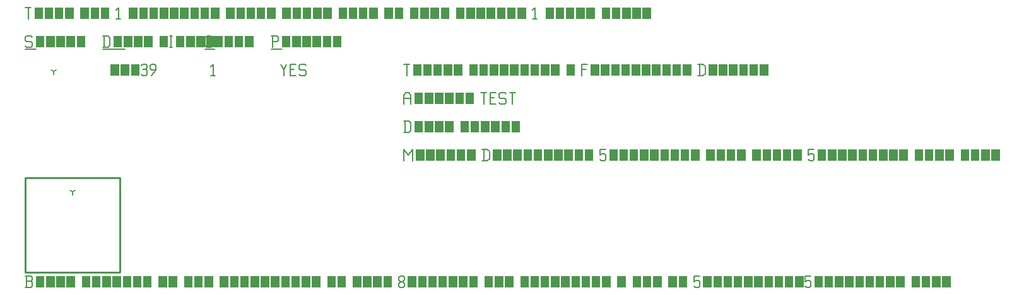
<source format=gbr>
G04 start of page 9 for group -1 layer_idx 268435461 *
G04 Title: (unknown), <virtual group> *
G04 Creator: <version>
G04 CreationDate: <date>
G04 For: TEST *
G04 Format: Gerber/RS-274X *
G04 PCB-Dimensions: 50000 50000 *
G04 PCB-Coordinate-Origin: lower left *
%MOIN*%
%FSLAX25Y25*%
%LNLOGICAL_VIRTUAL_FAB_NONE*%
%ADD29C,0.0100*%
%ADD28C,0.0001*%
%ADD27C,0.0060*%
%ADD26C,0.0080*%
G54D26*X25000Y42500D02*Y40900D01*
Y42500D02*X26387Y43300D01*
X25000Y42500D02*X23613Y43300D01*
X15000Y106250D02*Y104650D01*
Y106250D02*X16387Y107050D01*
X15000Y106250D02*X13613Y107050D01*
G54D27*X135000Y110000D02*X136500Y107000D01*
X138000Y110000D01*
X136500Y107000D02*Y104000D01*
X139800Y107300D02*X142050D01*
X139800Y104000D02*X142800D01*
X139800Y110000D02*Y104000D01*
Y110000D02*X142800D01*
X147600D02*X148350Y109250D01*
X145350Y110000D02*X147600D01*
X144600Y109250D02*X145350Y110000D01*
X144600Y109250D02*Y107750D01*
X145350Y107000D01*
X147600D01*
X148350Y106250D01*
Y104750D01*
X147600Y104000D02*X148350Y104750D01*
X145350Y104000D02*X147600D01*
X144600Y104750D02*X145350Y104000D01*
X98000Y108800D02*X99200Y110000D01*
Y104000D01*
X98000D02*X100250D01*
G54D28*G36*
X45000Y110000D02*X49500D01*
Y104000D01*
X45000D01*
Y110000D01*
G37*
G36*
X50400D02*X54900D01*
Y104000D01*
X50400D01*
Y110000D01*
G37*
G36*
X55800D02*X60300D01*
Y104000D01*
X55800D01*
Y110000D01*
G37*
G54D27*X61200Y109250D02*X61950Y110000D01*
X63450D01*
X64200Y109250D01*
X63450Y104000D02*X64200Y104750D01*
X61950Y104000D02*X63450D01*
X61200Y104750D02*X61950Y104000D01*
Y107300D02*X63450D01*
X64200Y109250D02*Y108050D01*
Y106550D02*Y104750D01*
Y106550D02*X63450Y107300D01*
X64200Y108050D02*X63450Y107300D01*
X66750Y104000D02*X69000Y107000D01*
Y109250D02*Y107000D01*
X68250Y110000D02*X69000Y109250D01*
X66750Y110000D02*X68250D01*
X66000Y109250D02*X66750Y110000D01*
X66000Y109250D02*Y107750D01*
X66750Y107000D01*
X69000D01*
X3000Y125000D02*X3750Y124250D01*
X750Y125000D02*X3000D01*
X0Y124250D02*X750Y125000D01*
X0Y124250D02*Y122750D01*
X750Y122000D01*
X3000D01*
X3750Y121250D01*
Y119750D01*
X3000Y119000D02*X3750Y119750D01*
X750Y119000D02*X3000D01*
X0Y119750D02*X750Y119000D01*
G54D28*G36*
X5550Y125000D02*X10050D01*
Y119000D01*
X5550D01*
Y125000D01*
G37*
G36*
X10950D02*X15450D01*
Y119000D01*
X10950D01*
Y125000D01*
G37*
G36*
X16350D02*X20850D01*
Y119000D01*
X16350D01*
Y125000D01*
G37*
G36*
X21750D02*X26250D01*
Y119000D01*
X21750D01*
Y125000D01*
G37*
G36*
X27150D02*X31650D01*
Y119000D01*
X27150D01*
Y125000D01*
G37*
G54D27*X0Y118000D02*X5550D01*
X41750Y125000D02*Y119000D01*
X43700Y125000D02*X44750Y123950D01*
Y120050D01*
X43700Y119000D02*X44750Y120050D01*
X41000Y119000D02*X43700D01*
X41000Y125000D02*X43700D01*
G54D28*G36*
X46550D02*X51050D01*
Y119000D01*
X46550D01*
Y125000D01*
G37*
G36*
X51950D02*X56450D01*
Y119000D01*
X51950D01*
Y125000D01*
G37*
G36*
X57350D02*X61850D01*
Y119000D01*
X57350D01*
Y125000D01*
G37*
G36*
X62750D02*X67250D01*
Y119000D01*
X62750D01*
Y125000D01*
G37*
G36*
X70850D02*X75350D01*
Y119000D01*
X70850D01*
Y125000D01*
G37*
G54D27*X76250D02*X77750D01*
X77000D02*Y119000D01*
X76250D02*X77750D01*
G54D28*G36*
X79550Y125000D02*X84050D01*
Y119000D01*
X79550D01*
Y125000D01*
G37*
G36*
X84950D02*X89450D01*
Y119000D01*
X84950D01*
Y125000D01*
G37*
G36*
X90350D02*X94850D01*
Y119000D01*
X90350D01*
Y125000D01*
G37*
G36*
X95750D02*X100250D01*
Y119000D01*
X95750D01*
Y125000D01*
G37*
G54D27*X41000Y118000D02*X52550D01*
X96050Y119000D02*X98000D01*
X95000Y120050D02*X96050Y119000D01*
X95000Y123950D02*Y120050D01*
Y123950D02*X96050Y125000D01*
X98000D01*
G54D28*G36*
X99800D02*X104300D01*
Y119000D01*
X99800D01*
Y125000D01*
G37*
G36*
X105200D02*X109700D01*
Y119000D01*
X105200D01*
Y125000D01*
G37*
G36*
X110600D02*X115100D01*
Y119000D01*
X110600D01*
Y125000D01*
G37*
G36*
X116000D02*X120500D01*
Y119000D01*
X116000D01*
Y125000D01*
G37*
G54D27*X95000Y118000D02*X99800D01*
X130750Y125000D02*Y119000D01*
X130000Y125000D02*X133000D01*
X133750Y124250D01*
Y122750D01*
X133000Y122000D02*X133750Y122750D01*
X130750Y122000D02*X133000D01*
G54D28*G36*
X135550Y125000D02*X140050D01*
Y119000D01*
X135550D01*
Y125000D01*
G37*
G36*
X140950D02*X145450D01*
Y119000D01*
X140950D01*
Y125000D01*
G37*
G36*
X146350D02*X150850D01*
Y119000D01*
X146350D01*
Y125000D01*
G37*
G36*
X151750D02*X156250D01*
Y119000D01*
X151750D01*
Y125000D01*
G37*
G36*
X157150D02*X161650D01*
Y119000D01*
X157150D01*
Y125000D01*
G37*
G36*
X162550D02*X167050D01*
Y119000D01*
X162550D01*
Y125000D01*
G37*
G54D27*X130000Y118000D02*X135550D01*
X0Y140000D02*X3000D01*
X1500D02*Y134000D01*
G54D28*G36*
X4800Y140000D02*X9300D01*
Y134000D01*
X4800D01*
Y140000D01*
G37*
G36*
X10200D02*X14700D01*
Y134000D01*
X10200D01*
Y140000D01*
G37*
G36*
X15600D02*X20100D01*
Y134000D01*
X15600D01*
Y140000D01*
G37*
G36*
X21000D02*X25500D01*
Y134000D01*
X21000D01*
Y140000D01*
G37*
G36*
X29100D02*X33600D01*
Y134000D01*
X29100D01*
Y140000D01*
G37*
G36*
X34500D02*X39000D01*
Y134000D01*
X34500D01*
Y140000D01*
G37*
G36*
X39900D02*X44400D01*
Y134000D01*
X39900D01*
Y140000D01*
G37*
G54D27*X48000Y138800D02*X49200Y140000D01*
Y134000D01*
X48000D02*X50250D01*
G54D28*G36*
X54750Y140000D02*X59250D01*
Y134000D01*
X54750D01*
Y140000D01*
G37*
G36*
X60150D02*X64650D01*
Y134000D01*
X60150D01*
Y140000D01*
G37*
G36*
X65550D02*X70050D01*
Y134000D01*
X65550D01*
Y140000D01*
G37*
G36*
X70950D02*X75450D01*
Y134000D01*
X70950D01*
Y140000D01*
G37*
G36*
X76350D02*X80850D01*
Y134000D01*
X76350D01*
Y140000D01*
G37*
G36*
X81750D02*X86250D01*
Y134000D01*
X81750D01*
Y140000D01*
G37*
G36*
X87150D02*X91650D01*
Y134000D01*
X87150D01*
Y140000D01*
G37*
G36*
X92550D02*X97050D01*
Y134000D01*
X92550D01*
Y140000D01*
G37*
G36*
X97950D02*X102450D01*
Y134000D01*
X97950D01*
Y140000D01*
G37*
G36*
X106050D02*X110550D01*
Y134000D01*
X106050D01*
Y140000D01*
G37*
G36*
X111450D02*X115950D01*
Y134000D01*
X111450D01*
Y140000D01*
G37*
G36*
X116850D02*X121350D01*
Y134000D01*
X116850D01*
Y140000D01*
G37*
G36*
X122250D02*X126750D01*
Y134000D01*
X122250D01*
Y140000D01*
G37*
G36*
X127650D02*X132150D01*
Y134000D01*
X127650D01*
Y140000D01*
G37*
G36*
X135750D02*X140250D01*
Y134000D01*
X135750D01*
Y140000D01*
G37*
G36*
X141150D02*X145650D01*
Y134000D01*
X141150D01*
Y140000D01*
G37*
G36*
X146550D02*X151050D01*
Y134000D01*
X146550D01*
Y140000D01*
G37*
G36*
X151950D02*X156450D01*
Y134000D01*
X151950D01*
Y140000D01*
G37*
G36*
X157350D02*X161850D01*
Y134000D01*
X157350D01*
Y140000D01*
G37*
G36*
X165450D02*X169950D01*
Y134000D01*
X165450D01*
Y140000D01*
G37*
G36*
X170850D02*X175350D01*
Y134000D01*
X170850D01*
Y140000D01*
G37*
G36*
X176250D02*X180750D01*
Y134000D01*
X176250D01*
Y140000D01*
G37*
G36*
X181650D02*X186150D01*
Y134000D01*
X181650D01*
Y140000D01*
G37*
G36*
X189750D02*X194250D01*
Y134000D01*
X189750D01*
Y140000D01*
G37*
G36*
X195150D02*X199650D01*
Y134000D01*
X195150D01*
Y140000D01*
G37*
G36*
X203250D02*X207750D01*
Y134000D01*
X203250D01*
Y140000D01*
G37*
G36*
X208650D02*X213150D01*
Y134000D01*
X208650D01*
Y140000D01*
G37*
G36*
X214050D02*X218550D01*
Y134000D01*
X214050D01*
Y140000D01*
G37*
G36*
X219450D02*X223950D01*
Y134000D01*
X219450D01*
Y140000D01*
G37*
G36*
X227550D02*X232050D01*
Y134000D01*
X227550D01*
Y140000D01*
G37*
G36*
X232950D02*X237450D01*
Y134000D01*
X232950D01*
Y140000D01*
G37*
G36*
X238350D02*X242850D01*
Y134000D01*
X238350D01*
Y140000D01*
G37*
G36*
X243750D02*X248250D01*
Y134000D01*
X243750D01*
Y140000D01*
G37*
G36*
X249150D02*X253650D01*
Y134000D01*
X249150D01*
Y140000D01*
G37*
G36*
X254550D02*X259050D01*
Y134000D01*
X254550D01*
Y140000D01*
G37*
G36*
X259950D02*X264450D01*
Y134000D01*
X259950D01*
Y140000D01*
G37*
G54D27*X268050Y138800D02*X269250Y140000D01*
Y134000D01*
X268050D02*X270300D01*
G54D28*G36*
X274800Y140000D02*X279300D01*
Y134000D01*
X274800D01*
Y140000D01*
G37*
G36*
X280200D02*X284700D01*
Y134000D01*
X280200D01*
Y140000D01*
G37*
G36*
X285600D02*X290100D01*
Y134000D01*
X285600D01*
Y140000D01*
G37*
G36*
X291000D02*X295500D01*
Y134000D01*
X291000D01*
Y140000D01*
G37*
G36*
X296400D02*X300900D01*
Y134000D01*
X296400D01*
Y140000D01*
G37*
G36*
X304500D02*X309000D01*
Y134000D01*
X304500D01*
Y140000D01*
G37*
G36*
X309900D02*X314400D01*
Y134000D01*
X309900D01*
Y140000D01*
G37*
G36*
X315300D02*X319800D01*
Y134000D01*
X315300D01*
Y140000D01*
G37*
G36*
X320700D02*X325200D01*
Y134000D01*
X320700D01*
Y140000D01*
G37*
G36*
X326100D02*X330600D01*
Y134000D01*
X326100D01*
Y140000D01*
G37*
G54D29*X0Y50000D02*X50000D01*
X0D02*Y0D01*
X50000Y50000D02*Y0D01*
X0D02*X50000D01*
G54D27*X200000Y65000D02*Y59000D01*
Y65000D02*X202250Y62000D01*
X204500Y65000D01*
Y59000D01*
G54D28*G36*
X206300Y65000D02*X210800D01*
Y59000D01*
X206300D01*
Y65000D01*
G37*
G36*
X211700D02*X216200D01*
Y59000D01*
X211700D01*
Y65000D01*
G37*
G36*
X217100D02*X221600D01*
Y59000D01*
X217100D01*
Y65000D01*
G37*
G36*
X222500D02*X227000D01*
Y59000D01*
X222500D01*
Y65000D01*
G37*
G36*
X227900D02*X232400D01*
Y59000D01*
X227900D01*
Y65000D01*
G37*
G36*
X233300D02*X237800D01*
Y59000D01*
X233300D01*
Y65000D01*
G37*
G54D27*X242150D02*Y59000D01*
X244100Y65000D02*X245150Y63950D01*
Y60050D01*
X244100Y59000D02*X245150Y60050D01*
X241400Y59000D02*X244100D01*
X241400Y65000D02*X244100D01*
G54D28*G36*
X246950D02*X251450D01*
Y59000D01*
X246950D01*
Y65000D01*
G37*
G36*
X252350D02*X256850D01*
Y59000D01*
X252350D01*
Y65000D01*
G37*
G36*
X257750D02*X262250D01*
Y59000D01*
X257750D01*
Y65000D01*
G37*
G36*
X263150D02*X267650D01*
Y59000D01*
X263150D01*
Y65000D01*
G37*
G36*
X268550D02*X273050D01*
Y59000D01*
X268550D01*
Y65000D01*
G37*
G36*
X273950D02*X278450D01*
Y59000D01*
X273950D01*
Y65000D01*
G37*
G36*
X279350D02*X283850D01*
Y59000D01*
X279350D01*
Y65000D01*
G37*
G36*
X284750D02*X289250D01*
Y59000D01*
X284750D01*
Y65000D01*
G37*
G36*
X290150D02*X294650D01*
Y59000D01*
X290150D01*
Y65000D01*
G37*
G36*
X295550D02*X300050D01*
Y59000D01*
X295550D01*
Y65000D01*
G37*
G54D27*X303650D02*X306650D01*
X303650D02*Y62000D01*
X304400Y62750D01*
X305900D01*
X306650Y62000D01*
Y59750D01*
X305900Y59000D02*X306650Y59750D01*
X304400Y59000D02*X305900D01*
X303650Y59750D02*X304400Y59000D01*
G54D28*G36*
X308450Y65000D02*X312950D01*
Y59000D01*
X308450D01*
Y65000D01*
G37*
G36*
X313850D02*X318350D01*
Y59000D01*
X313850D01*
Y65000D01*
G37*
G36*
X319250D02*X323750D01*
Y59000D01*
X319250D01*
Y65000D01*
G37*
G36*
X324650D02*X329150D01*
Y59000D01*
X324650D01*
Y65000D01*
G37*
G36*
X330050D02*X334550D01*
Y59000D01*
X330050D01*
Y65000D01*
G37*
G36*
X335450D02*X339950D01*
Y59000D01*
X335450D01*
Y65000D01*
G37*
G36*
X340850D02*X345350D01*
Y59000D01*
X340850D01*
Y65000D01*
G37*
G36*
X346250D02*X350750D01*
Y59000D01*
X346250D01*
Y65000D01*
G37*
G36*
X351650D02*X356150D01*
Y59000D01*
X351650D01*
Y65000D01*
G37*
G36*
X359750D02*X364250D01*
Y59000D01*
X359750D01*
Y65000D01*
G37*
G36*
X365150D02*X369650D01*
Y59000D01*
X365150D01*
Y65000D01*
G37*
G36*
X370550D02*X375050D01*
Y59000D01*
X370550D01*
Y65000D01*
G37*
G36*
X375950D02*X380450D01*
Y59000D01*
X375950D01*
Y65000D01*
G37*
G36*
X384050D02*X388550D01*
Y59000D01*
X384050D01*
Y65000D01*
G37*
G36*
X389450D02*X393950D01*
Y59000D01*
X389450D01*
Y65000D01*
G37*
G36*
X394850D02*X399350D01*
Y59000D01*
X394850D01*
Y65000D01*
G37*
G36*
X400250D02*X404750D01*
Y59000D01*
X400250D01*
Y65000D01*
G37*
G36*
X405650D02*X410150D01*
Y59000D01*
X405650D01*
Y65000D01*
G37*
G54D27*X413750D02*X416750D01*
X413750D02*Y62000D01*
X414500Y62750D01*
X416000D01*
X416750Y62000D01*
Y59750D01*
X416000Y59000D02*X416750Y59750D01*
X414500Y59000D02*X416000D01*
X413750Y59750D02*X414500Y59000D01*
G54D28*G36*
X418550Y65000D02*X423050D01*
Y59000D01*
X418550D01*
Y65000D01*
G37*
G36*
X423950D02*X428450D01*
Y59000D01*
X423950D01*
Y65000D01*
G37*
G36*
X429350D02*X433850D01*
Y59000D01*
X429350D01*
Y65000D01*
G37*
G36*
X434750D02*X439250D01*
Y59000D01*
X434750D01*
Y65000D01*
G37*
G36*
X440150D02*X444650D01*
Y59000D01*
X440150D01*
Y65000D01*
G37*
G36*
X445550D02*X450050D01*
Y59000D01*
X445550D01*
Y65000D01*
G37*
G36*
X450950D02*X455450D01*
Y59000D01*
X450950D01*
Y65000D01*
G37*
G36*
X456350D02*X460850D01*
Y59000D01*
X456350D01*
Y65000D01*
G37*
G36*
X461750D02*X466250D01*
Y59000D01*
X461750D01*
Y65000D01*
G37*
G36*
X469850D02*X474350D01*
Y59000D01*
X469850D01*
Y65000D01*
G37*
G36*
X475250D02*X479750D01*
Y59000D01*
X475250D01*
Y65000D01*
G37*
G36*
X480650D02*X485150D01*
Y59000D01*
X480650D01*
Y65000D01*
G37*
G36*
X486050D02*X490550D01*
Y59000D01*
X486050D01*
Y65000D01*
G37*
G36*
X494150D02*X498650D01*
Y59000D01*
X494150D01*
Y65000D01*
G37*
G36*
X499550D02*X504050D01*
Y59000D01*
X499550D01*
Y65000D01*
G37*
G36*
X504950D02*X509450D01*
Y59000D01*
X504950D01*
Y65000D01*
G37*
G36*
X510350D02*X514850D01*
Y59000D01*
X510350D01*
Y65000D01*
G37*
G54D27*X0Y-8000D02*X3000D01*
X3750Y-7250D01*
Y-5450D02*Y-7250D01*
X3000Y-4700D02*X3750Y-5450D01*
X750Y-4700D02*X3000D01*
X750Y-2000D02*Y-8000D01*
X0Y-2000D02*X3000D01*
X3750Y-2750D01*
Y-3950D01*
X3000Y-4700D02*X3750Y-3950D01*
G54D28*G36*
X5550Y-2000D02*X10050D01*
Y-8000D01*
X5550D01*
Y-2000D01*
G37*
G36*
X10950D02*X15450D01*
Y-8000D01*
X10950D01*
Y-2000D01*
G37*
G36*
X16350D02*X20850D01*
Y-8000D01*
X16350D01*
Y-2000D01*
G37*
G36*
X21750D02*X26250D01*
Y-8000D01*
X21750D01*
Y-2000D01*
G37*
G36*
X29850D02*X34350D01*
Y-8000D01*
X29850D01*
Y-2000D01*
G37*
G36*
X35250D02*X39750D01*
Y-8000D01*
X35250D01*
Y-2000D01*
G37*
G36*
X40650D02*X45150D01*
Y-8000D01*
X40650D01*
Y-2000D01*
G37*
G36*
X46050D02*X50550D01*
Y-8000D01*
X46050D01*
Y-2000D01*
G37*
G36*
X51450D02*X55950D01*
Y-8000D01*
X51450D01*
Y-2000D01*
G37*
G36*
X56850D02*X61350D01*
Y-8000D01*
X56850D01*
Y-2000D01*
G37*
G36*
X62250D02*X66750D01*
Y-8000D01*
X62250D01*
Y-2000D01*
G37*
G36*
X70350D02*X74850D01*
Y-8000D01*
X70350D01*
Y-2000D01*
G37*
G36*
X75750D02*X80250D01*
Y-8000D01*
X75750D01*
Y-2000D01*
G37*
G36*
X83850D02*X88350D01*
Y-8000D01*
X83850D01*
Y-2000D01*
G37*
G36*
X89250D02*X93750D01*
Y-8000D01*
X89250D01*
Y-2000D01*
G37*
G36*
X94650D02*X99150D01*
Y-8000D01*
X94650D01*
Y-2000D01*
G37*
G36*
X102750D02*X107250D01*
Y-8000D01*
X102750D01*
Y-2000D01*
G37*
G36*
X108150D02*X112650D01*
Y-8000D01*
X108150D01*
Y-2000D01*
G37*
G36*
X113550D02*X118050D01*
Y-8000D01*
X113550D01*
Y-2000D01*
G37*
G36*
X118950D02*X123450D01*
Y-8000D01*
X118950D01*
Y-2000D01*
G37*
G36*
X124350D02*X128850D01*
Y-8000D01*
X124350D01*
Y-2000D01*
G37*
G36*
X129750D02*X134250D01*
Y-8000D01*
X129750D01*
Y-2000D01*
G37*
G36*
X135150D02*X139650D01*
Y-8000D01*
X135150D01*
Y-2000D01*
G37*
G36*
X140550D02*X145050D01*
Y-8000D01*
X140550D01*
Y-2000D01*
G37*
G36*
X145950D02*X150450D01*
Y-8000D01*
X145950D01*
Y-2000D01*
G37*
G36*
X151350D02*X155850D01*
Y-8000D01*
X151350D01*
Y-2000D01*
G37*
G36*
X159450D02*X163950D01*
Y-8000D01*
X159450D01*
Y-2000D01*
G37*
G36*
X164850D02*X169350D01*
Y-8000D01*
X164850D01*
Y-2000D01*
G37*
G36*
X172950D02*X177450D01*
Y-8000D01*
X172950D01*
Y-2000D01*
G37*
G36*
X178350D02*X182850D01*
Y-8000D01*
X178350D01*
Y-2000D01*
G37*
G36*
X183750D02*X188250D01*
Y-8000D01*
X183750D01*
Y-2000D01*
G37*
G36*
X189150D02*X193650D01*
Y-8000D01*
X189150D01*
Y-2000D01*
G37*
G54D27*X197250Y-7250D02*X198000Y-8000D01*
X197250Y-6050D02*Y-7250D01*
Y-6050D02*X198300Y-5000D01*
X199200D01*
X200250Y-6050D01*
Y-7250D01*
X199500Y-8000D02*X200250Y-7250D01*
X198000Y-8000D02*X199500D01*
X197250Y-3950D02*X198300Y-5000D01*
X197250Y-2750D02*Y-3950D01*
Y-2750D02*X198000Y-2000D01*
X199500D01*
X200250Y-2750D01*
Y-3950D01*
X199200Y-5000D02*X200250Y-3950D01*
G54D28*G36*
X202050Y-2000D02*X206550D01*
Y-8000D01*
X202050D01*
Y-2000D01*
G37*
G36*
X207450D02*X211950D01*
Y-8000D01*
X207450D01*
Y-2000D01*
G37*
G36*
X212850D02*X217350D01*
Y-8000D01*
X212850D01*
Y-2000D01*
G37*
G36*
X218250D02*X222750D01*
Y-8000D01*
X218250D01*
Y-2000D01*
G37*
G36*
X223650D02*X228150D01*
Y-8000D01*
X223650D01*
Y-2000D01*
G37*
G36*
X229050D02*X233550D01*
Y-8000D01*
X229050D01*
Y-2000D01*
G37*
G36*
X234450D02*X238950D01*
Y-8000D01*
X234450D01*
Y-2000D01*
G37*
G36*
X242550D02*X247050D01*
Y-8000D01*
X242550D01*
Y-2000D01*
G37*
G36*
X247950D02*X252450D01*
Y-8000D01*
X247950D01*
Y-2000D01*
G37*
G36*
X253350D02*X257850D01*
Y-8000D01*
X253350D01*
Y-2000D01*
G37*
G36*
X261450D02*X265950D01*
Y-8000D01*
X261450D01*
Y-2000D01*
G37*
G36*
X266850D02*X271350D01*
Y-8000D01*
X266850D01*
Y-2000D01*
G37*
G36*
X272250D02*X276750D01*
Y-8000D01*
X272250D01*
Y-2000D01*
G37*
G36*
X277650D02*X282150D01*
Y-8000D01*
X277650D01*
Y-2000D01*
G37*
G36*
X283050D02*X287550D01*
Y-8000D01*
X283050D01*
Y-2000D01*
G37*
G36*
X288450D02*X292950D01*
Y-8000D01*
X288450D01*
Y-2000D01*
G37*
G36*
X293850D02*X298350D01*
Y-8000D01*
X293850D01*
Y-2000D01*
G37*
G36*
X299250D02*X303750D01*
Y-8000D01*
X299250D01*
Y-2000D01*
G37*
G36*
X304650D02*X309150D01*
Y-8000D01*
X304650D01*
Y-2000D01*
G37*
G36*
X312750D02*X317250D01*
Y-8000D01*
X312750D01*
Y-2000D01*
G37*
G36*
X320850D02*X325350D01*
Y-8000D01*
X320850D01*
Y-2000D01*
G37*
G36*
X326250D02*X330750D01*
Y-8000D01*
X326250D01*
Y-2000D01*
G37*
G36*
X331650D02*X336150D01*
Y-8000D01*
X331650D01*
Y-2000D01*
G37*
G36*
X339750D02*X344250D01*
Y-8000D01*
X339750D01*
Y-2000D01*
G37*
G36*
X345150D02*X349650D01*
Y-8000D01*
X345150D01*
Y-2000D01*
G37*
G54D27*X353250D02*X356250D01*
X353250D02*Y-5000D01*
X354000Y-4250D01*
X355500D01*
X356250Y-5000D01*
Y-7250D01*
X355500Y-8000D02*X356250Y-7250D01*
X354000Y-8000D02*X355500D01*
X353250Y-7250D02*X354000Y-8000D01*
G54D28*G36*
X358050Y-2000D02*X362550D01*
Y-8000D01*
X358050D01*
Y-2000D01*
G37*
G36*
X363450D02*X367950D01*
Y-8000D01*
X363450D01*
Y-2000D01*
G37*
G36*
X368850D02*X373350D01*
Y-8000D01*
X368850D01*
Y-2000D01*
G37*
G36*
X374250D02*X378750D01*
Y-8000D01*
X374250D01*
Y-2000D01*
G37*
G36*
X379650D02*X384150D01*
Y-8000D01*
X379650D01*
Y-2000D01*
G37*
G36*
X385050D02*X389550D01*
Y-8000D01*
X385050D01*
Y-2000D01*
G37*
G36*
X390450D02*X394950D01*
Y-8000D01*
X390450D01*
Y-2000D01*
G37*
G36*
X395850D02*X400350D01*
Y-8000D01*
X395850D01*
Y-2000D01*
G37*
G36*
X401250D02*X405750D01*
Y-8000D01*
X401250D01*
Y-2000D01*
G37*
G36*
X406650D02*X411150D01*
Y-8000D01*
X406650D01*
Y-2000D01*
G37*
G54D27*X412050D02*X415050D01*
X412050D02*Y-5000D01*
X412800Y-4250D01*
X414300D01*
X415050Y-5000D01*
Y-7250D01*
X414300Y-8000D02*X415050Y-7250D01*
X412800Y-8000D02*X414300D01*
X412050Y-7250D02*X412800Y-8000D01*
G54D28*G36*
X416850Y-2000D02*X421350D01*
Y-8000D01*
X416850D01*
Y-2000D01*
G37*
G36*
X422250D02*X426750D01*
Y-8000D01*
X422250D01*
Y-2000D01*
G37*
G36*
X427650D02*X432150D01*
Y-8000D01*
X427650D01*
Y-2000D01*
G37*
G36*
X433050D02*X437550D01*
Y-8000D01*
X433050D01*
Y-2000D01*
G37*
G36*
X438450D02*X442950D01*
Y-8000D01*
X438450D01*
Y-2000D01*
G37*
G36*
X443850D02*X448350D01*
Y-8000D01*
X443850D01*
Y-2000D01*
G37*
G36*
X449250D02*X453750D01*
Y-8000D01*
X449250D01*
Y-2000D01*
G37*
G36*
X454650D02*X459150D01*
Y-8000D01*
X454650D01*
Y-2000D01*
G37*
G36*
X460050D02*X464550D01*
Y-8000D01*
X460050D01*
Y-2000D01*
G37*
G36*
X468150D02*X472650D01*
Y-8000D01*
X468150D01*
Y-2000D01*
G37*
G36*
X473550D02*X478050D01*
Y-8000D01*
X473550D01*
Y-2000D01*
G37*
G36*
X478950D02*X483450D01*
Y-8000D01*
X478950D01*
Y-2000D01*
G37*
G36*
X484350D02*X488850D01*
Y-8000D01*
X484350D01*
Y-2000D01*
G37*
G54D27*X200750Y80000D02*Y74000D01*
X202700Y80000D02*X203750Y78950D01*
Y75050D01*
X202700Y74000D02*X203750Y75050D01*
X200000Y74000D02*X202700D01*
X200000Y80000D02*X202700D01*
G54D28*G36*
X205550D02*X210050D01*
Y74000D01*
X205550D01*
Y80000D01*
G37*
G36*
X210950D02*X215450D01*
Y74000D01*
X210950D01*
Y80000D01*
G37*
G36*
X216350D02*X220850D01*
Y74000D01*
X216350D01*
Y80000D01*
G37*
G36*
X221750D02*X226250D01*
Y74000D01*
X221750D01*
Y80000D01*
G37*
G36*
X229850D02*X234350D01*
Y74000D01*
X229850D01*
Y80000D01*
G37*
G36*
X235250D02*X239750D01*
Y74000D01*
X235250D01*
Y80000D01*
G37*
G36*
X240650D02*X245150D01*
Y74000D01*
X240650D01*
Y80000D01*
G37*
G36*
X246050D02*X250550D01*
Y74000D01*
X246050D01*
Y80000D01*
G37*
G36*
X251450D02*X255950D01*
Y74000D01*
X251450D01*
Y80000D01*
G37*
G36*
X256850D02*X261350D01*
Y74000D01*
X256850D01*
Y80000D01*
G37*
G54D27*X200000Y93500D02*Y89000D01*
Y93500D02*X201050Y95000D01*
X202700D01*
X203750Y93500D01*
Y89000D01*
X200000Y92000D02*X203750D01*
G54D28*G36*
X205550Y95000D02*X210050D01*
Y89000D01*
X205550D01*
Y95000D01*
G37*
G36*
X210950D02*X215450D01*
Y89000D01*
X210950D01*
Y95000D01*
G37*
G36*
X216350D02*X220850D01*
Y89000D01*
X216350D01*
Y95000D01*
G37*
G36*
X221750D02*X226250D01*
Y89000D01*
X221750D01*
Y95000D01*
G37*
G36*
X227150D02*X231650D01*
Y89000D01*
X227150D01*
Y95000D01*
G37*
G36*
X232550D02*X237050D01*
Y89000D01*
X232550D01*
Y95000D01*
G37*
G54D27*X240650D02*X243650D01*
X242150D02*Y89000D01*
X245450Y92300D02*X247700D01*
X245450Y89000D02*X248450D01*
X245450Y95000D02*Y89000D01*
Y95000D02*X248450D01*
X253250D02*X254000Y94250D01*
X251000Y95000D02*X253250D01*
X250250Y94250D02*X251000Y95000D01*
X250250Y94250D02*Y92750D01*
X251000Y92000D01*
X253250D01*
X254000Y91250D01*
Y89750D01*
X253250Y89000D02*X254000Y89750D01*
X251000Y89000D02*X253250D01*
X250250Y89750D02*X251000Y89000D01*
X255800Y95000D02*X258800D01*
X257300D02*Y89000D01*
X200000Y110000D02*X203000D01*
X201500D02*Y104000D01*
G54D28*G36*
X204800Y110000D02*X209300D01*
Y104000D01*
X204800D01*
Y110000D01*
G37*
G36*
X210200D02*X214700D01*
Y104000D01*
X210200D01*
Y110000D01*
G37*
G36*
X215600D02*X220100D01*
Y104000D01*
X215600D01*
Y110000D01*
G37*
G36*
X221000D02*X225500D01*
Y104000D01*
X221000D01*
Y110000D01*
G37*
G36*
X226400D02*X230900D01*
Y104000D01*
X226400D01*
Y110000D01*
G37*
G36*
X234500D02*X239000D01*
Y104000D01*
X234500D01*
Y110000D01*
G37*
G36*
X239900D02*X244400D01*
Y104000D01*
X239900D01*
Y110000D01*
G37*
G36*
X245300D02*X249800D01*
Y104000D01*
X245300D01*
Y110000D01*
G37*
G36*
X250700D02*X255200D01*
Y104000D01*
X250700D01*
Y110000D01*
G37*
G36*
X256100D02*X260600D01*
Y104000D01*
X256100D01*
Y110000D01*
G37*
G36*
X261500D02*X266000D01*
Y104000D01*
X261500D01*
Y110000D01*
G37*
G36*
X266900D02*X271400D01*
Y104000D01*
X266900D01*
Y110000D01*
G37*
G36*
X272300D02*X276800D01*
Y104000D01*
X272300D01*
Y110000D01*
G37*
G36*
X277700D02*X282200D01*
Y104000D01*
X277700D01*
Y110000D01*
G37*
G36*
X285800D02*X290300D01*
Y104000D01*
X285800D01*
Y110000D01*
G37*
G54D27*X293900D02*Y104000D01*
Y110000D02*X296900D01*
X293900Y107300D02*X296150D01*
G54D28*G36*
X298700Y110000D02*X303200D01*
Y104000D01*
X298700D01*
Y110000D01*
G37*
G36*
X304100D02*X308600D01*
Y104000D01*
X304100D01*
Y110000D01*
G37*
G36*
X309500D02*X314000D01*
Y104000D01*
X309500D01*
Y110000D01*
G37*
G36*
X314900D02*X319400D01*
Y104000D01*
X314900D01*
Y110000D01*
G37*
G36*
X320300D02*X324800D01*
Y104000D01*
X320300D01*
Y110000D01*
G37*
G36*
X325700D02*X330200D01*
Y104000D01*
X325700D01*
Y110000D01*
G37*
G36*
X331100D02*X335600D01*
Y104000D01*
X331100D01*
Y110000D01*
G37*
G36*
X336500D02*X341000D01*
Y104000D01*
X336500D01*
Y110000D01*
G37*
G36*
X341900D02*X346400D01*
Y104000D01*
X341900D01*
Y110000D01*
G37*
G36*
X347300D02*X351800D01*
Y104000D01*
X347300D01*
Y110000D01*
G37*
G54D27*X356150D02*Y104000D01*
X358100Y110000D02*X359150Y108950D01*
Y105050D01*
X358100Y104000D02*X359150Y105050D01*
X355400Y104000D02*X358100D01*
X355400Y110000D02*X358100D01*
G54D28*G36*
X360950D02*X365450D01*
Y104000D01*
X360950D01*
Y110000D01*
G37*
G36*
X366350D02*X370850D01*
Y104000D01*
X366350D01*
Y110000D01*
G37*
G36*
X371750D02*X376250D01*
Y104000D01*
X371750D01*
Y110000D01*
G37*
G36*
X377150D02*X381650D01*
Y104000D01*
X377150D01*
Y110000D01*
G37*
G36*
X382550D02*X387050D01*
Y104000D01*
X382550D01*
Y110000D01*
G37*
G36*
X387950D02*X392450D01*
Y104000D01*
X387950D01*
Y110000D01*
G37*
M02*

</source>
